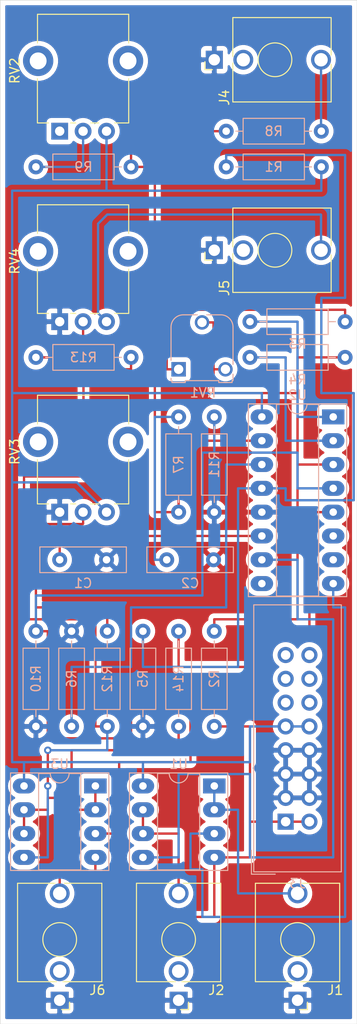
<source format=kicad_pcb>
(kicad_pcb (version 20171130) (host pcbnew "(5.1.2)-2")
  (layers (0 F.Cu signal hide) (31 B.Cu signal hide) (34 B.Paste user) (35 F.Paste user) (36 B.SilkS user) (37 F.SilkS user) (38 B.Mask user) (39 F.Mask user) (44 Edge.Cuts user))
  (net 0 "")
  (net 1 GND)
  (net 2 "Net-(C1-Pad1)")
  (net 3 "Net-(C2-Pad1)")
  (net 4 "Net-(J1-PadT)")
  (net 5 "Net-(J2-PadT)")
  (net 6 "Net-(J3-Pad16)")
  (net 7 "Net-(J3-Pad15)")
  (net 8 "Net-(J3-Pad14)")
  (net 9 "Net-(J3-Pad13)")
  (net 10 "Net-(J3-Pad12)")
  (net 11 "Net-(J3-Pad11)")
  (net 12 +12V)
  (net 13 -12V)
  (net 14 "Net-(J4-PadT)")
  (net 15 "Net-(J5-PadT)")
  (net 16 "Net-(J6-PadT)")
  (net 17 "Net-(R1-Pad1)")
  (net 18 "Net-(R2-Pad1)")
  (net 19 "Net-(R3-Pad2)")
  (net 20 "Net-(R3-Pad1)")
  (net 21 "Net-(R4-Pad1)")
  (net 22 "Net-(R6-Pad2)")
  (net 23 "Net-(R7-Pad1)")
  (net 24 "Net-(R9-Pad1)")
  (net 25 "Net-(R10-Pad1)")
  (net 26 "Net-(R12-Pad2)")
  (net 27 "Net-(R12-Pad1)")
  (net 28 "Net-(R13-Pad2)")
  (net 29 "Net-(R14-Pad2)")
  (net 30 "Net-(R14-Pad1)")
  (net 31 "Net-(RV2-Pad1)")
  (net 32 "Net-(U1-Pad3)")
  (net 33 "Net-(U1-Pad5)")
  (net 34 "Net-(U2-Pad7)")
  (net 35 "Net-(U2-Pad6)")
  (net 36 "Net-(U2-Pad9)")
  (module Package_DIP:DIP-8_W7.62mm_Socket_LongPads (layer B.Cu) (at 48.26 109.22 180)
    (fp_text reference U3 (at 3.81 2.33) (layer B.SilkS) (effects (justify mirror)))
    (fp_text value TL072)
    (pad 8 thru_hole oval (at 7.62 0 180) (size 2.4 1.6) (drill 0.8) (layers *.Cu *.Mask) (net 12 +12V))
    (pad 4 thru_hole oval (at 0 -7.62 180) (size 2.4 1.6) (drill 0.8) (layers *.Cu *.Mask) (net 13 -12V))
    (pad 7 thru_hole oval (at 7.62 -2.54 180) (size 2.4 1.6) (drill 0.8) (layers *.Cu *.Mask) (net 29 "Net-(R14-Pad2)"))
    (pad 3 thru_hole oval (at 0 -5.08 180) (size 2.4 1.6) (drill 0.8) (layers *.Cu *.Mask) (net 25 "Net-(R10-Pad1)"))
    (pad 6 thru_hole oval (at 7.62 -5.08 180) (size 2.4 1.6) (drill 0.8) (layers *.Cu *.Mask) (net 29 "Net-(R14-Pad2)"))
    (pad 2 thru_hole oval (at 0 -2.54 180) (size 2.4 1.6) (drill 0.8) (layers *.Cu *.Mask) (net 16 "Net-(J6-PadT)"))
    (pad 5 thru_hole oval (at 7.62 -7.62 180) (size 2.4 1.6) (drill 0.8) (layers *.Cu *.Mask) (net 27 "Net-(R12-Pad1)"))
    (pad 1 thru_hole rect (at 0 0 180) (size 2.4 1.6) (drill 0.8) (layers *.Cu *.Mask) (net 16 "Net-(J6-PadT)"))
  )
  (module Package_DIP:DIP-8_W7.62mm_Socket_LongPads (layer B.Cu) (at 60.96 109.22 180)
    (fp_text reference U1 (at 3.81 2.33) (layer B.SilkS) (effects (justify mirror)))
    (fp_text value TL072)
    (pad 8 thru_hole oval (at 7.62 0 180) (size 2.4 1.6) (drill 0.8) (layers *.Cu *.Mask) (net 12 +12V))
    (pad 4 thru_hole oval (at 0 -7.62 180) (size 2.4 1.6) (drill 0.8) (layers *.Cu *.Mask) (net 13 -12V))
    (pad 7 thru_hole oval (at 7.62 -2.54 180) (size 2.4 1.6) (drill 0.8) (layers *.Cu *.Mask) (net 5 "Net-(J2-PadT)"))
    (pad 3 thru_hole oval (at 0 -5.08 180) (size 2.4 1.6) (drill 0.8) (layers *.Cu *.Mask) (net 32 "Net-(U1-Pad3)"))
    (pad 6 thru_hole oval (at 7.62 -5.08 180) (size 2.4 1.6) (drill 0.8) (layers *.Cu *.Mask) (net 5 "Net-(J2-PadT)"))
    (pad 2 thru_hole oval (at 0 -2.54 180) (size 2.4 1.6) (drill 0.8) (layers *.Cu *.Mask) (net 4 "Net-(J1-PadT)"))
    (pad 5 thru_hole oval (at 7.62 -7.62 180) (size 2.4 1.6) (drill 0.8) (layers *.Cu *.Mask) (net 33 "Net-(U1-Pad5)"))
    (pad 1 thru_hole rect (at 0 0 180) (size 2.4 1.6) (drill 0.8) (layers *.Cu *.Mask) (net 4 "Net-(J1-PadT)"))
  )
  (module Package_DIP:DIP-16_W7.62mm_Socket_LongPads (layer B.Cu) (at 73.66 69.85 180)
    (fp_text reference U2 (at 3.81 2.33) (layer B.SilkS) (effects (justify mirror)))
    (fp_text value AS3340)
    (pad 16 thru_hole oval (at 7.62 0 180) (size 2.4 1.6) (drill 0.8) (layers *.Cu *.Mask) (net 12 +12V))
    (pad 8 thru_hole oval (at 0 -17.78 180) (size 2.4 1.6) (drill 0.8) (layers *.Cu *.Mask) (net 32 "Net-(U1-Pad3)"))
    (pad 15 thru_hole oval (at 7.62 -2.54 180) (size 2.4 1.6) (drill 0.8) (layers *.Cu *.Mask) (net 23 "Net-(R7-Pad1)"))
    (pad 7 thru_hole oval (at 0 -15.24 180) (size 2.4 1.6) (drill 0.8) (layers *.Cu *.Mask) (net 34 "Net-(U2-Pad7)"))
    (pad 14 thru_hole oval (at 7.62 -5.08 180) (size 2.4 1.6) (drill 0.8) (layers *.Cu *.Mask) (net 22 "Net-(R6-Pad2)"))
    (pad 6 thru_hole oval (at 0 -12.7 180) (size 2.4 1.6) (drill 0.8) (layers *.Cu *.Mask) (net 35 "Net-(U2-Pad6)"))
    (pad 13 thru_hole oval (at 7.62 -7.62 180) (size 2.4 1.6) (drill 0.8) (layers *.Cu *.Mask) (net 17 "Net-(R1-Pad1)"))
    (pad 5 thru_hole oval (at 0 -10.16 180) (size 2.4 1.6) (drill 0.8) (layers *.Cu *.Mask) (net 30 "Net-(R14-Pad1)"))
    (pad 12 thru_hole oval (at 7.62 -10.16 180) (size 2.4 1.6) (drill 0.8) (layers *.Cu *.Mask) (net 1 GND))
    (pad 4 thru_hole oval (at 0 -7.62 180) (size 2.4 1.6) (drill 0.8) (layers *.Cu *.Mask) (net 25 "Net-(R10-Pad1)"))
    (pad 11 thru_hole oval (at 7.62 -12.7 180) (size 2.4 1.6) (drill 0.8) (layers *.Cu *.Mask) (net 2 "Net-(C1-Pad1)"))
    (pad 3 thru_hole oval (at 0 -5.08 180) (size 2.4 1.6) (drill 0.8) (layers *.Cu *.Mask) (net 18 "Net-(R2-Pad1)"))
    (pad 10 thru_hole oval (at 7.62 -15.24 180) (size 2.4 1.6) (drill 0.8) (layers *.Cu *.Mask) (net 33 "Net-(U1-Pad5)"))
    (pad 2 thru_hole oval (at 0 -2.54 180) (size 2.4 1.6) (drill 0.8) (layers *.Cu *.Mask) (net 21 "Net-(R4-Pad1)"))
    (pad 9 thru_hole oval (at 7.62 -17.78 180) (size 2.4 1.6) (drill 0.8) (layers *.Cu *.Mask) (net 36 "Net-(U2-Pad9)"))
    (pad 1 thru_hole rect (at 0 0 180) (size 2.4 1.6) (drill 0.8) (layers *.Cu *.Mask) (net 20 "Net-(R3-Pad1)"))
  )
  (module Potentiometer_THT:Potentiometer_Alpha_RD901F-40-00D_Single_Vertical_CircularHoles (layer F.Cu) (at 44.45 59.69 90)
    (fp_text reference RV4 (at 6.45 -4.8 270) (layer F.SilkS))
    (fp_text value "100k Lin")
    (pad "" thru_hole circle (at 7.5 -2.3 180) (size 3.24 3.24) (drill 1.8) (layers *.Cu *.Mask))
    (pad "" thru_hole circle (at 7.5 7.3 180) (size 3.24 3.24) (drill 1.8) (layers *.Cu *.Mask))
    (pad 3 thru_hole circle (at 0 5 180) (size 1.8 1.8) (drill 1) (layers *.Cu *.Mask) (net 15 "Net-(J5-PadT)"))
    (pad 2 thru_hole circle (at 0 2.5 180) (size 1.8 1.8) (drill 1) (layers *.Cu *.Mask) (net 28 "Net-(R13-Pad2)"))
    (pad 1 thru_hole rect (at 0 0 180) (size 1.8 1.8) (drill 1) (layers *.Cu *.Mask) (net 1 GND))
  )
  (module Potentiometer_THT:Potentiometer_Alpha_RD901F-40-00D_Single_Vertical_CircularHoles (layer F.Cu) (at 44.45 80.01 90)
    (fp_text reference RV3 (at 6.45 -4.8 270) (layer F.SilkS))
    (fp_text value "100k Lin")
    (pad "" thru_hole circle (at 7.5 -2.3 180) (size 3.24 3.24) (drill 1.8) (layers *.Cu *.Mask))
    (pad "" thru_hole circle (at 7.5 7.3 180) (size 3.24 3.24) (drill 1.8) (layers *.Cu *.Mask))
    (pad 3 thru_hole circle (at 0 5 180) (size 1.8 1.8) (drill 1) (layers *.Cu *.Mask) (net 12 +12V))
    (pad 2 thru_hole circle (at 0 2.5 180) (size 1.8 1.8) (drill 1) (layers *.Cu *.Mask) (net 26 "Net-(R12-Pad2)"))
    (pad 1 thru_hole rect (at 0 0 180) (size 1.8 1.8) (drill 1) (layers *.Cu *.Mask) (net 1 GND))
  )
  (module Potentiometer_THT:Potentiometer_Alpha_RD901F-40-00D_Single_Vertical_CircularHoles (layer F.Cu) (at 44.45 39.37 90)
    (fp_text reference RV2 (at 6.45 -4.8 270) (layer F.SilkS))
    (fp_text value "100k Lin")
    (pad "" thru_hole circle (at 7.5 -2.3 180) (size 3.24 3.24) (drill 1.8) (layers *.Cu *.Mask))
    (pad "" thru_hole circle (at 7.5 7.3 180) (size 3.24 3.24) (drill 1.8) (layers *.Cu *.Mask))
    (pad 3 thru_hole circle (at 0 5 180) (size 1.8 1.8) (drill 1) (layers *.Cu *.Mask) (net 12 +12V))
    (pad 2 thru_hole circle (at 0 2.5 180) (size 1.8 1.8) (drill 1) (layers *.Cu *.Mask) (net 24 "Net-(R9-Pad1)"))
    (pad 1 thru_hole rect (at 0 0 180) (size 1.8 1.8) (drill 1) (layers *.Cu *.Mask) (net 31 "Net-(RV2-Pad1)"))
  )
  (module Potentiometer_THT:Potentiometer_Runtron_RM-065_Vertical (layer B.Cu) (at 57.15 64.77)
    (fp_text reference RV1 (at 2.6 2.5) (layer B.SilkS) (effects (justify mirror)))
    (fp_text value 10k)
    (pad 2 thru_hole circle (at 2.5 -5) (size 1.55 1.55) (drill 1) (layers *.Cu *.Mask) (net 18 "Net-(R2-Pad1)"))
    (pad 1 thru_hole rect (at 0 0) (size 1.55 1.55) (drill 1) (layers *.Cu *.Mask) (net 19 "Net-(R3-Pad2)"))
    (pad 3 thru_hole circle (at 5 0) (size 1.55 1.55) (drill 1) (layers *.Cu *.Mask) (net 18 "Net-(R2-Pad1)"))
  )
  (module Resistor_THT:R_Axial_DIN0207_L6.3mm_D2.5mm_P10.16mm_Horizontal (layer B.Cu) (at 57.15 92.71 270)
    (fp_text reference R14 (at 5.08 0 270) (layer B.SilkS) (effects (justify mirror)))
    (fp_text value 470k)
    (pad 2 thru_hole oval (at 10.16 0 270) (size 1.6 1.6) (drill 0.8) (layers *.Cu *.Mask) (net 29 "Net-(R14-Pad2)"))
    (pad 1 thru_hole circle (at 0 0 270) (size 1.6 1.6) (drill 0.8) (layers *.Cu *.Mask) (net 30 "Net-(R14-Pad1)"))
  )
  (module Resistor_THT:R_Axial_DIN0207_L6.3mm_D2.5mm_P10.16mm_Horizontal (layer B.Cu) (at 52.07 63.5 180)
    (fp_text reference R13 (at 5.08 0) (layer B.SilkS) (effects (justify mirror)))
    (fp_text value 100k)
    (pad 2 thru_hole oval (at 10.16 0 180) (size 1.6 1.6) (drill 0.8) (layers *.Cu *.Mask) (net 28 "Net-(R13-Pad2)"))
    (pad 1 thru_hole circle (at 0 0 180) (size 1.6 1.6) (drill 0.8) (layers *.Cu *.Mask) (net 27 "Net-(R12-Pad1)"))
  )
  (module Resistor_THT:R_Axial_DIN0207_L6.3mm_D2.5mm_P10.16mm_Horizontal (layer B.Cu) (at 49.53 102.87 90)
    (fp_text reference R12 (at 5.08 0 270) (layer B.SilkS) (effects (justify mirror)))
    (fp_text value 100k)
    (pad 2 thru_hole oval (at 10.16 0 90) (size 1.6 1.6) (drill 0.8) (layers *.Cu *.Mask) (net 26 "Net-(R12-Pad2)"))
    (pad 1 thru_hole circle (at 0 0 90) (size 1.6 1.6) (drill 0.8) (layers *.Cu *.Mask) (net 27 "Net-(R12-Pad1)"))
  )
  (module Resistor_THT:R_Axial_DIN0207_L6.3mm_D2.5mm_P10.16mm_Horizontal (layer B.Cu) (at 60.96 69.85 270)
    (fp_text reference R11 (at 5.08 0 270) (layer B.SilkS) (effects (justify mirror)))
    (fp_text value 10k)
    (pad 2 thru_hole oval (at 10.16 0 270) (size 1.6 1.6) (drill 0.8) (layers *.Cu *.Mask) (net 1 GND))
    (pad 1 thru_hole circle (at 0 0 270) (size 1.6 1.6) (drill 0.8) (layers *.Cu *.Mask) (net 25 "Net-(R10-Pad1)"))
  )
  (module Resistor_THT:R_Axial_DIN0207_L6.3mm_D2.5mm_P10.16mm_Horizontal (layer B.Cu) (at 41.91 92.71 270)
    (fp_text reference R10 (at 5.08 0 270) (layer B.SilkS) (effects (justify mirror)))
    (fp_text value 10k)
    (pad 2 thru_hole oval (at 10.16 0 270) (size 1.6 1.6) (drill 0.8) (layers *.Cu *.Mask) (net 1 GND))
    (pad 1 thru_hole circle (at 0 0 270) (size 1.6 1.6) (drill 0.8) (layers *.Cu *.Mask) (net 25 "Net-(R10-Pad1)"))
  )
  (module Resistor_THT:R_Axial_DIN0207_L6.3mm_D2.5mm_P10.16mm_Horizontal (layer B.Cu) (at 41.91 43.18)
    (fp_text reference R9 (at 5.08 0) (layer B.SilkS) (effects (justify mirror)))
    (fp_text value 100k)
    (pad 2 thru_hole oval (at 10.16 0) (size 1.6 1.6) (drill 0.8) (layers *.Cu *.Mask) (net 23 "Net-(R7-Pad1)"))
    (pad 1 thru_hole circle (at 0 0) (size 1.6 1.6) (drill 0.8) (layers *.Cu *.Mask) (net 24 "Net-(R9-Pad1)"))
  )
  (module Resistor_THT:R_Axial_DIN0207_L6.3mm_D2.5mm_P10.16mm_Horizontal (layer B.Cu) (at 72.39 39.37 180)
    (fp_text reference R8 (at 5.08 0) (layer B.SilkS) (effects (justify mirror)))
    (fp_text value 100k)
    (pad 2 thru_hole oval (at 10.16 0 180) (size 1.6 1.6) (drill 0.8) (layers *.Cu *.Mask) (net 23 "Net-(R7-Pad1)"))
    (pad 1 thru_hole circle (at 0 0 180) (size 1.6 1.6) (drill 0.8) (layers *.Cu *.Mask) (net 14 "Net-(J4-PadT)"))
  )
  (module Resistor_THT:R_Axial_DIN0207_L6.3mm_D2.5mm_P10.16mm_Horizontal (layer B.Cu) (at 57.15 80.01 90)
    (fp_text reference R7 (at 5.08 0 -90) (layer B.SilkS) (effects (justify mirror)))
    (fp_text value 470)
    (pad 2 thru_hole oval (at 10.16 0 90) (size 1.6 1.6) (drill 0.8) (layers *.Cu *.Mask) (net 3 "Net-(C2-Pad1)"))
    (pad 1 thru_hole circle (at 0 0 90) (size 1.6 1.6) (drill 0.8) (layers *.Cu *.Mask) (net 23 "Net-(R7-Pad1)"))
  )
  (module Resistor_THT:R_Axial_DIN0207_L6.3mm_D2.5mm_P10.16mm_Horizontal (layer B.Cu) (at 45.72 92.71 270)
    (fp_text reference R6 (at 5.08 0 270) (layer B.SilkS) (effects (justify mirror)))
    (fp_text value 1k8)
    (pad 2 thru_hole oval (at 10.16 0 270) (size 1.6 1.6) (drill 0.8) (layers *.Cu *.Mask) (net 22 "Net-(R6-Pad2)"))
    (pad 1 thru_hole circle (at 0 0 270) (size 1.6 1.6) (drill 0.8) (layers *.Cu *.Mask) (net 1 GND))
  )
  (module Resistor_THT:R_Axial_DIN0207_L6.3mm_D2.5mm_P10.16mm_Horizontal (layer B.Cu) (at 53.34 92.71 270)
    (fp_text reference R5 (at 5.08 0 270) (layer B.SilkS) (effects (justify mirror)))
    (fp_text value 470)
    (pad 2 thru_hole oval (at 10.16 0 270) (size 1.6 1.6) (drill 0.8) (layers *.Cu *.Mask) (net 1 GND))
    (pad 1 thru_hole circle (at 0 0 270) (size 1.6 1.6) (drill 0.8) (layers *.Cu *.Mask) (net 17 "Net-(R1-Pad1)"))
  )
  (module Resistor_THT:R_Axial_DIN0207_L6.3mm_D2.5mm_P10.16mm_Horizontal (layer B.Cu) (at 64.77 63.5)
    (fp_text reference R4 (at 5.08 2.37) (layer B.SilkS) (effects (justify mirror)))
    (fp_text value 5k6)
    (pad 2 thru_hole oval (at 10.16 0) (size 1.6 1.6) (drill 0.8) (layers *.Cu *.Mask) (net 18 "Net-(R2-Pad1)"))
    (pad 1 thru_hole circle (at 0 0) (size 1.6 1.6) (drill 0.8) (layers *.Cu *.Mask) (net 21 "Net-(R4-Pad1)"))
  )
  (module Resistor_THT:R_Axial_DIN0207_L6.3mm_D2.5mm_P10.16mm_Horizontal (layer B.Cu) (at 64.77 59.69)
    (fp_text reference R3 (at 5.08 2.37) (layer B.SilkS) (effects (justify mirror)))
    (fp_text value 24k)
    (pad 2 thru_hole oval (at 10.16 0) (size 1.6 1.6) (drill 0.8) (layers *.Cu *.Mask) (net 19 "Net-(R3-Pad2)"))
    (pad 1 thru_hole circle (at 0 0) (size 1.6 1.6) (drill 0.8) (layers *.Cu *.Mask) (net 20 "Net-(R3-Pad1)"))
  )
  (module Resistor_THT:R_Axial_DIN0207_L6.3mm_D2.5mm_P10.16mm_Horizontal (layer B.Cu) (at 60.96 92.71 270)
    (fp_text reference R2 (at 5.08 0 270) (layer B.SilkS) (effects (justify mirror)))
    (fp_text value 620)
    (pad 2 thru_hole oval (at 10.16 0 270) (size 1.6 1.6) (drill 0.8) (layers *.Cu *.Mask) (net 13 -12V))
    (pad 1 thru_hole circle (at 0 0 270) (size 1.6 1.6) (drill 0.8) (layers *.Cu *.Mask) (net 18 "Net-(R2-Pad1)"))
  )
  (module Resistor_THT:R_Axial_DIN0207_L6.3mm_D2.5mm_P10.16mm_Horizontal (layer B.Cu) (at 62.23 43.18)
    (fp_text reference R1 (at 5.08 0) (layer B.SilkS) (effects (justify mirror)))
    (fp_text value 1m5)
    (pad 2 thru_hole oval (at 10.16 0) (size 1.6 1.6) (drill 0.8) (layers *.Cu *.Mask) (net 12 +12V))
    (pad 1 thru_hole circle (at 0 0) (size 1.6 1.6) (drill 0.8) (layers *.Cu *.Mask) (net 17 "Net-(R1-Pad1)"))
  )
  (module Connector_Audio:Jack_3.5mm_QingPu_WQP-PJ398SM_Vertical_CircularHoles (layer F.Cu) (at 44.45 132.08 180)
    (fp_text reference J6 (at -4.03 1.08 180) (layer F.SilkS))
    (fp_text value Square)
    (pad T thru_hole circle (at 0 11.4) (size 2.13 2.13) (drill 1.43) (layers *.Cu *.Mask) (net 16 "Net-(J6-PadT)"))
    (pad S thru_hole rect (at 0 0) (size 1.93 1.83) (drill 1.22) (layers *.Cu *.Mask) (net 1 GND))
    (pad TN thru_hole circle (at 0 3.1) (size 2.13 2.13) (drill 1.42) (layers *.Cu *.Mask))
  )
  (module Connector_Audio:Jack_3.5mm_QingPu_WQP-PJ398SM_Vertical_CircularHoles (layer F.Cu) (at 60.96 52.07 90)
    (fp_text reference J5 (at -4.03 1.08 270) (layer F.SilkS))
    (fp_text value "PWM CV")
    (pad T thru_hole circle (at 0 11.4 270) (size 2.13 2.13) (drill 1.43) (layers *.Cu *.Mask) (net 15 "Net-(J5-PadT)"))
    (pad S thru_hole rect (at 0 0 270) (size 1.93 1.83) (drill 1.22) (layers *.Cu *.Mask) (net 1 GND))
    (pad TN thru_hole circle (at 0 3.1 270) (size 2.13 2.13) (drill 1.42) (layers *.Cu *.Mask))
  )
  (module Connector_Audio:Jack_3.5mm_QingPu_WQP-PJ398SM_Vertical_CircularHoles (layer F.Cu) (at 60.96 31.75 90)
    (fp_text reference J4 (at -4.03 1.08 270) (layer F.SilkS))
    (fp_text value "Freq CV")
    (pad T thru_hole circle (at 0 11.4 270) (size 2.13 2.13) (drill 1.43) (layers *.Cu *.Mask) (net 14 "Net-(J4-PadT)"))
    (pad S thru_hole rect (at 0 0 270) (size 1.93 1.83) (drill 1.22) (layers *.Cu *.Mask) (net 1 GND))
    (pad TN thru_hole circle (at 0 3.1 270) (size 2.13 2.13) (drill 1.42) (layers *.Cu *.Mask))
  )
  (module Connector_IDC:IDC-Header_2x08_P2.54mm_Vertical (layer B.Cu) (at 68.58 113.03)
    (fp_text reference J3 (at 1.27 6.604) (layer B.SilkS) (effects (justify mirror)))
    (fp_text value Conn_02x08_Odd_Even)
    (pad 16 thru_hole oval (at 2.54 -17.78) (size 1.7272 1.7272) (drill 1.016) (layers *.Cu *.Mask) (net 6 "Net-(J3-Pad16)"))
    (pad 15 thru_hole oval (at 0 -17.78) (size 1.7272 1.7272) (drill 1.016) (layers *.Cu *.Mask) (net 7 "Net-(J3-Pad15)"))
    (pad 14 thru_hole oval (at 2.54 -15.24) (size 1.7272 1.7272) (drill 1.016) (layers *.Cu *.Mask) (net 8 "Net-(J3-Pad14)"))
    (pad 13 thru_hole oval (at 0 -15.24) (size 1.7272 1.7272) (drill 1.016) (layers *.Cu *.Mask) (net 9 "Net-(J3-Pad13)"))
    (pad 12 thru_hole oval (at 2.54 -12.7) (size 1.7272 1.7272) (drill 1.016) (layers *.Cu *.Mask) (net 10 "Net-(J3-Pad12)"))
    (pad 11 thru_hole oval (at 0 -12.7) (size 1.7272 1.7272) (drill 1.016) (layers *.Cu *.Mask) (net 11 "Net-(J3-Pad11)"))
    (pad 10 thru_hole oval (at 2.54 -10.16) (size 1.7272 1.7272) (drill 1.016) (layers *.Cu *.Mask) (net 12 +12V))
    (pad 9 thru_hole oval (at 0 -10.16) (size 1.7272 1.7272) (drill 1.016) (layers *.Cu *.Mask) (net 12 +12V))
    (pad 8 thru_hole oval (at 2.54 -7.62) (size 1.7272 1.7272) (drill 1.016) (layers *.Cu *.Mask) (net 1 GND))
    (pad 7 thru_hole oval (at 0 -7.62) (size 1.7272 1.7272) (drill 1.016) (layers *.Cu *.Mask) (net 1 GND))
    (pad 6 thru_hole oval (at 2.54 -5.08) (size 1.7272 1.7272) (drill 1.016) (layers *.Cu *.Mask) (net 1 GND))
    (pad 5 thru_hole oval (at 0 -5.08) (size 1.7272 1.7272) (drill 1.016) (layers *.Cu *.Mask) (net 1 GND))
    (pad 4 thru_hole oval (at 2.54 -2.54) (size 1.7272 1.7272) (drill 1.016) (layers *.Cu *.Mask) (net 1 GND))
    (pad 3 thru_hole oval (at 0 -2.54) (size 1.7272 1.7272) (drill 1.016) (layers *.Cu *.Mask) (net 1 GND))
    (pad 2 thru_hole oval (at 2.54 0) (size 1.7272 1.7272) (drill 1.016) (layers *.Cu *.Mask) (net 13 -12V))
    (pad 1 thru_hole rect (at 0 0) (size 1.7272 1.7272) (drill 1.016) (layers *.Cu *.Mask) (net 13 -12V))
  )
  (module Connector_Audio:Jack_3.5mm_QingPu_WQP-PJ398SM_Vertical_CircularHoles (layer F.Cu) (at 57.15 132.08 180)
    (fp_text reference J2 (at -4.03 1.08 180) (layer F.SilkS))
    (fp_text value Triangle)
    (pad T thru_hole circle (at 0 11.4) (size 2.13 2.13) (drill 1.43) (layers *.Cu *.Mask) (net 5 "Net-(J2-PadT)"))
    (pad S thru_hole rect (at 0 0) (size 1.93 1.83) (drill 1.22) (layers *.Cu *.Mask) (net 1 GND))
    (pad TN thru_hole circle (at 0 3.1) (size 2.13 2.13) (drill 1.42) (layers *.Cu *.Mask))
  )
  (module Connector_Audio:Jack_3.5mm_QingPu_WQP-PJ398SM_Vertical_CircularHoles (layer F.Cu) (at 69.85 132.08 180)
    (fp_text reference J1 (at -4.03 1.08 180) (layer F.SilkS))
    (fp_text value Saw)
    (pad T thru_hole circle (at 0 11.4) (size 2.13 2.13) (drill 1.43) (layers *.Cu *.Mask) (net 4 "Net-(J1-PadT)"))
    (pad S thru_hole rect (at 0 0) (size 1.93 1.83) (drill 1.22) (layers *.Cu *.Mask) (net 1 GND))
    (pad TN thru_hole circle (at 0 3.1) (size 2.13 2.13) (drill 1.42) (layers *.Cu *.Mask))
  )
  (module Capacitor_THT:C_Disc_D9.0mm_W2.5mm_P5.00mm (layer B.Cu) (at 55.88 85.09)
    (fp_text reference C2 (at 2.5 2.5) (layer B.SilkS) (effects (justify mirror)))
    (fp_text value 10nf)
    (pad 2 thru_hole circle (at 5 0) (size 1.6 1.6) (drill 0.8) (layers *.Cu *.Mask) (net 1 GND))
    (pad 1 thru_hole circle (at 0 0) (size 1.6 1.6) (drill 0.8) (layers *.Cu *.Mask) (net 3 "Net-(C2-Pad1)"))
  )
  (module Capacitor_THT:C_Disc_D9.0mm_W2.5mm_P5.00mm (layer B.Cu) (at 44.45 85.09)
    (fp_text reference C1 (at 2.5 2.5) (layer B.SilkS) (effects (justify mirror)))
    (fp_text value 1nf)
    (pad 2 thru_hole circle (at 5 0) (size 1.6 1.6) (drill 0.8) (layers *.Cu *.Mask) (net 1 GND))
    (pad 1 thru_hole circle (at 0 0) (size 1.6 1.6) (drill 0.8) (layers *.Cu *.Mask) (net 2 "Net-(C1-Pad1)"))
  )
  (gr_line (start 76.2 134.62) (end 38.1 134.62) (layer Edge.Cuts) (width 0.05))
  (gr_line (start 76.2 25.4) (end 76.2 134.62) (layer Edge.Cuts) (width 0.05))
  (gr_line (start 38.1 25.4) (end 38.1 134.62) (layer Edge.Cuts) (width 0.05))
  (gr_line (start 76.2 25.4) (end 38.1 25.4) (layer Edge.Cuts) (width 0.05))
  (segment (start 60.96 85.01) (end 60.88 85.09) (width 0.25) (layer B.Cu) (net 1))
  (segment (start 66.04 82.55) (end 44.45 82.55) (width 0.25) (layer F.Cu) (net 2))
  (segment (start 44.45 82.55) (end 44.45 85.09) (width 0.25) (layer F.Cu) (net 2))
  (segment (start 57.15 69.85) (end 54.61 69.85) (width 0.25) (layer B.Cu) (net 3))
  (segment (start 54.61 69.85) (end 54.61 85.09) (width 0.25) (layer B.Cu) (net 3))
  (segment (start 54.61 85.09) (end 55.88 85.09) (width 0.25) (layer B.Cu) (net 3))
  (segment (start 60.96 109.22) (end 60.96 111.76) (width 0.25) (layer B.Cu) (net 4))
  (segment (start 63.53 120.68) (end 69.85 120.68) (width 0.25) (layer B.Cu) (net 4))
  (segment (start 63.5 120.65) (end 63.53 120.68) (width 0.25) (layer B.Cu) (net 4))
  (segment (start 60.96 111.76) (end 63.5 111.76) (width 0.25) (layer B.Cu) (net 4))
  (segment (start 63.5 111.76) (end 63.5 120.65) (width 0.25) (layer B.Cu) (net 4))
  (segment (start 53.34 111.76) (end 53.34 114.3) (width 0.25) (layer F.Cu) (net 5))
  (segment (start 53.34 114.3) (end 57.15 114.3) (width 0.25) (layer F.Cu) (net 5))
  (segment (start 57.15 114.3) (end 57.15 120.68) (width 0.25) (layer F.Cu) (net 5))
  (segment (start 66.04 69.85) (end 66.04 67.31) (width 0.25) (layer B.Cu) (net 12))
  (segment (start 66.04 67.31) (end 39.37 67.31) (width 0.25) (layer B.Cu) (net 12))
  (segment (start 39.37 67.31) (end 39.37 68.58) (width 0.25) (layer B.Cu) (net 12))
  (segment (start 39.37 48.26) (end 39.37 67.31) (width 0.25) (layer B.Cu) (net 12))
  (segment (start 39.37 45.72) (end 39.37 48.26) (width 0.25) (layer B.Cu) (net 12))
  (segment (start 72.39 43.18) (end 72.39 45.72) (width 0.25) (layer B.Cu) (net 12))
  (segment (start 49.45 45.64) (end 49.53 45.72) (width 0.25) (layer B.Cu) (net 12))
  (segment (start 49.45 39.37) (end 49.45 45.64) (width 0.25) (layer B.Cu) (net 12))
  (segment (start 72.39 45.72) (end 49.53 45.72) (width 0.25) (layer B.Cu) (net 12))
  (segment (start 49.53 45.72) (end 39.37 45.72) (width 0.25) (layer B.Cu) (net 12))
  (segment (start 39.37 80.01) (end 39.37 106.68) (width 0.25) (layer B.Cu) (net 12))
  (segment (start 39.37 106.68) (end 40.64 106.68) (width 0.25) (layer B.Cu) (net 12))
  (segment (start 40.64 106.68) (end 40.64 106.68) (width 0.25) (layer B.Cu) (net 12))
  (segment (start 40.64 106.68) (end 40.64 109.22) (width 0.25) (layer B.Cu) (net 12))
  (segment (start 40.64 106.68) (end 53.34 106.68) (width 0.25) (layer B.Cu) (net 12))
  (segment (start 53.34 106.68) (end 53.34 109.22) (width 0.25) (layer B.Cu) (net 12))
  (segment (start 53.34 106.68) (end 64.77 106.68) (width 0.25) (layer B.Cu) (net 12))
  (segment (start 64.77 106.68) (end 64.77 102.87) (width 0.25) (layer B.Cu) (net 12))
  (segment (start 64.77 102.87) (end 68.58 102.87) (width 0.25) (layer B.Cu) (net 12))
  (segment (start 68.58 102.87) (end 71.12 102.87) (width 0.25) (layer B.Cu) (net 12))
  (segment (start 46.275 76.835) (end 39.37 76.835) (width 0.25) (layer B.Cu) (net 12))
  (segment (start 49.45 80.01) (end 46.275 76.835) (width 0.25) (layer B.Cu) (net 12))
  (segment (start 39.37 68.58) (end 39.37 76.835) (width 0.25) (layer B.Cu) (net 12))
  (segment (start 39.37 76.835) (end 39.37 80.01) (width 0.25) (layer B.Cu) (net 12))
  (segment (start 71.12 113.03) (end 68.58 113.03) (width 0.25) (layer F.Cu) (net 13))
  (segment (start 68.58 113.03) (end 64.77 113.03) (width 0.25) (layer F.Cu) (net 13))
  (segment (start 64.77 113.03) (end 64.77 102.87) (width 0.25) (layer F.Cu) (net 13))
  (segment (start 64.77 102.87) (end 60.96 102.87) (width 0.25) (layer F.Cu) (net 13))
  (segment (start 64.77 113.03) (end 64.77 116.84) (width 0.25) (layer F.Cu) (net 13))
  (segment (start 64.77 116.84) (end 60.96 116.84) (width 0.25) (layer F.Cu) (net 13))
  (segment (start 60.96 116.84) (end 60.96 123.19) (width 0.25) (layer F.Cu) (net 13))
  (segment (start 60.96 123.19) (end 48.26 123.19) (width 0.25) (layer F.Cu) (net 13))
  (segment (start 48.26 123.19) (end 48.26 116.84) (width 0.25) (layer F.Cu) (net 13))
  (segment (start 72.36 39.34) (end 72.39 39.37) (width 0.25) (layer B.Cu) (net 14))
  (segment (start 72.36 31.75) (end 72.36 39.34) (width 0.25) (layer B.Cu) (net 14))
  (segment (start 72.36 52.07) (end 72.36 48.29) (width 0.25) (layer B.Cu) (net 15))
  (segment (start 72.36 48.29) (end 72.33 48.26) (width 0.25) (layer B.Cu) (net 15))
  (segment (start 48.550001 58.790001) (end 48.550001 49.239999) (width 0.25) (layer B.Cu) (net 15))
  (segment (start 49.45 59.69) (end 48.550001 58.790001) (width 0.25) (layer B.Cu) (net 15))
  (segment (start 48.550001 49.239999) (end 49.53 48.26) (width 0.25) (layer B.Cu) (net 15))
  (segment (start 72.33 48.26) (end 49.53 48.26) (width 0.25) (layer B.Cu) (net 15))
  (segment (start 44.45 120.68) (end 44.45 111.76) (width 0.25) (layer F.Cu) (net 16))
  (segment (start 44.45 111.76) (end 48.26 111.76) (width 0.25) (layer F.Cu) (net 16))
  (segment (start 48.26 111.76) (end 48.26 109.22) (width 0.25) (layer F.Cu) (net 16))
  (segment (start 66.04 77.47) (end 63.5 77.47) (width 0.25) (layer B.Cu) (net 17))
  (segment (start 62.23 41.91) (end 62.23 43.18) (width 0.25) (layer B.Cu) (net 17))
  (segment (start 74.93 57.15) (end 74.93 41.91) (width 0.25) (layer B.Cu) (net 17))
  (segment (start 74.93 41.91) (end 62.23 41.91) (width 0.25) (layer B.Cu) (net 17))
  (segment (start 72.39 57.15) (end 74.93 57.15) (width 0.25) (layer B.Cu) (net 17))
  (segment (start 68.58 77.47) (end 68.58 78.74) (width 0.25) (layer B.Cu) (net 17))
  (segment (start 66.04 77.47) (end 68.58 77.47) (width 0.25) (layer B.Cu) (net 17))
  (segment (start 68.58 78.74) (end 75.84999 78.74) (width 0.25) (layer B.Cu) (net 17))
  (segment (start 75.84999 78.74) (end 75.84999 67.31) (width 0.25) (layer B.Cu) (net 17))
  (segment (start 75.84999 67.31) (end 72.39 67.31) (width 0.25) (layer B.Cu) (net 17))
  (segment (start 72.39 67.31) (end 72.39 57.15) (width 0.25) (layer B.Cu) (net 17))
  (segment (start 63.5 77.47) (end 63.5 96.52) (width 0.25) (layer B.Cu) (net 17))
  (segment (start 63.5 96.52) (end 53.34 96.52) (width 0.25) (layer B.Cu) (net 17))
  (segment (start 53.34 96.52) (end 53.34 92.71) (width 0.25) (layer B.Cu) (net 17))
  (segment (start 69.85 91.44) (end 69.85 74.93) (width 0.25) (layer F.Cu) (net 18))
  (segment (start 69.85 74.93) (end 73.66 74.93) (width 0.25) (layer F.Cu) (net 18))
  (segment (start 74.93 63.5) (end 69.85 63.5) (width 0.25) (layer F.Cu) (net 18))
  (segment (start 69.85 63.5) (end 69.85 74.93) (width 0.25) (layer F.Cu) (net 18))
  (segment (start 60.88 59.77) (end 59.65 59.77) (width 0.25) (layer F.Cu) (net 18))
  (segment (start 60.96 67.31) (end 60.88 67.23) (width 0.25) (layer F.Cu) (net 18))
  (segment (start 69.85 74.93) (end 69.85 67.31) (width 0.25) (layer F.Cu) (net 18))
  (segment (start 69.85 67.31) (end 60.96 67.31) (width 0.25) (layer F.Cu) (net 18))
  (segment (start 60.96 64.77) (end 62.15 64.77) (width 0.25) (layer F.Cu) (net 18))
  (segment (start 60.88 64.85) (end 60.96 64.77) (width 0.25) (layer F.Cu) (net 18))
  (segment (start 60.88 64.85) (end 60.88 59.77) (width 0.25) (layer F.Cu) (net 18))
  (segment (start 60.88 67.23) (end 60.88 64.85) (width 0.25) (layer F.Cu) (net 18))
  (segment (start 69.85 91.44) (end 60.96 91.44) (width 0.25) (layer F.Cu) (net 18))
  (segment (start 60.96 91.44) (end 60.96 92.71) (width 0.25) (layer F.Cu) (net 18))
  (segment (start 74.93 59.69) (end 74.93 58.42) (width 0.25) (layer F.Cu) (net 19))
  (segment (start 74.93 58.42) (end 55.88 58.42) (width 0.25) (layer F.Cu) (net 19))
  (segment (start 55.88 58.42) (end 55.88 64.77) (width 0.25) (layer F.Cu) (net 19))
  (segment (start 55.88 64.77) (end 57.15 64.77) (width 0.25) (layer F.Cu) (net 19))
  (segment (start 64.77 59.69) (end 69.85 59.69) (width 0.25) (layer B.Cu) (net 20))
  (segment (start 69.85 59.69) (end 69.85 69.85) (width 0.25) (layer B.Cu) (net 20))
  (segment (start 69.85 69.85) (end 73.66 69.85) (width 0.25) (layer B.Cu) (net 20))
  (segment (start 68.58 72.39) (end 73.66 72.39) (width 0.25) (layer B.Cu) (net 21))
  (segment (start 64.77 63.5) (end 68.58 63.5) (width 0.25) (layer B.Cu) (net 21))
  (segment (start 68.58 63.5) (end 68.58 72.39) (width 0.25) (layer B.Cu) (net 21))
  (segment (start 62.23 74.93) (end 66.04 74.93) (width 0.25) (layer B.Cu) (net 22))
  (segment (start 62.23 74.93) (end 62.23 90.17) (width 0.25) (layer B.Cu) (net 22))
  (segment (start 62.23 90.17) (end 52.07 90.17) (width 0.25) (layer B.Cu) (net 22))
  (segment (start 52.07 90.17) (end 52.07 96.52) (width 0.25) (layer B.Cu) (net 22))
  (segment (start 52.07 96.52) (end 45.72 96.52) (width 0.25) (layer B.Cu) (net 22))
  (segment (start 45.72 96.52) (end 45.72 102.87) (width 0.25) (layer B.Cu) (net 22))
  (segment (start 66.04 72.39) (end 66.44 72.39) (width 0.25) (layer B.Cu) (net 23))
  (segment (start 62.23 39.37) (end 52.07 39.37) (width 0.25) (layer F.Cu) (net 23))
  (segment (start 52.07 39.37) (end 52.07 43.18) (width 0.25) (layer F.Cu) (net 23))
  (segment (start 52.07 43.18) (end 54.61 43.18) (width 0.25) (layer F.Cu) (net 23))
  (segment (start 54.61 43.18) (end 54.61 80.01) (width 0.25) (layer F.Cu) (net 23))
  (segment (start 54.61 80.01) (end 57.15 80.01) (width 0.25) (layer F.Cu) (net 23))
  (segment (start 57.15 80.01) (end 57.15 72.39) (width 0.25) (layer F.Cu) (net 23))
  (segment (start 57.15 72.39) (end 66.04 72.39) (width 0.25) (layer F.Cu) (net 23))
  (segment (start 46.95 39.37) (end 46.95 43.14) (width 0.25) (layer B.Cu) (net 24))
  (segment (start 46.91 43.18) (end 41.91 43.18) (width 0.25) (layer B.Cu) (net 24))
  (segment (start 46.95 43.14) (end 46.91 43.18) (width 0.25) (layer B.Cu) (net 24))
  (segment (start 73.66 77.47) (end 69.85 77.47) (width 0.25) (layer B.Cu) (net 25))
  (segment (start 69.85 77.47) (end 69.85 73.66) (width 0.25) (layer B.Cu) (net 25))
  (segment (start 69.85 73.66) (end 60.96 73.66) (width 0.25) (layer B.Cu) (net 25))
  (segment (start 60.96 73.66) (end 60.96 69.85) (width 0.25) (layer B.Cu) (net 25))
  (segment (start 60.96 73.66) (end 59.69 73.66) (width 0.25) (layer B.Cu) (net 25))
  (segment (start 43.18 92.71) (end 41.91 92.71) (width 0.25) (layer F.Cu) (net 25))
  (segment (start 43.18 104.14) (end 43.18 92.71) (width 0.25) (layer F.Cu) (net 25))
  (segment (start 52.07 104.14) (end 43.18 104.14) (width 0.25) (layer F.Cu) (net 25))
  (segment (start 48.26 114.3) (end 50.8 114.3) (width 0.25) (layer F.Cu) (net 25))
  (segment (start 50.8 114.3) (end 50.8 106.68) (width 0.25) (layer F.Cu) (net 25))
  (segment (start 50.8 106.68) (end 58.42 106.68) (width 0.25) (layer F.Cu) (net 25))
  (segment (start 58.42 106.68) (end 58.42 100.33) (width 0.25) (layer F.Cu) (net 25))
  (segment (start 58.42 100.33) (end 52.07 100.33) (width 0.25) (layer F.Cu) (net 25))
  (segment (start 52.07 100.33) (end 52.07 104.14) (width 0.25) (layer F.Cu) (net 25))
  (segment (start 59.69 73.66) (end 59.69 88.9) (width 0.25) (layer B.Cu) (net 25))
  (segment (start 59.69 88.9) (end 41.91 88.9) (width 0.25) (layer B.Cu) (net 25))
  (segment (start 41.91 88.9) (end 41.91 92.71) (width 0.25) (layer B.Cu) (net 25))
  (segment (start 46.91 81.28) (end 41.91 81.28) (width 0.25) (layer F.Cu) (net 26))
  (segment (start 46.95 80.01) (end 46.95 81.24) (width 0.25) (layer F.Cu) (net 26))
  (segment (start 46.95 81.24) (end 46.91 81.28) (width 0.25) (layer F.Cu) (net 26))
  (segment (start 41.91 81.28) (end 41.91 90.17) (width 0.25) (layer F.Cu) (net 26))
  (segment (start 41.91 90.17) (end 49.53 90.17) (width 0.25) (layer F.Cu) (net 26))
  (segment (start 49.53 90.17) (end 49.53 92.71) (width 0.25) (layer F.Cu) (net 26))
  (segment (start 46.99 64.77) (end 52.07 64.77) (width 0.25) (layer F.Cu) (net 27))
  (segment (start 46.99 76.2) (end 46.99 64.77) (width 0.25) (layer F.Cu) (net 27))
  (segment (start 52.07 64.77) (end 52.07 63.5) (width 0.25) (layer F.Cu) (net 27))
  (segment (start 40.64 76.2) (end 46.99 76.2) (width 0.25) (layer F.Cu) (net 27))
  (segment (start 40.64 76.2) (end 40.64 91.44) (width 0.25) (layer F.Cu) (net 27))
  (segment (start 40.64 91.44) (end 48.26 91.44) (width 0.25) (layer F.Cu) (net 27))
  (segment (start 48.26 91.44) (end 48.26 102.87) (width 0.25) (layer F.Cu) (net 27))
  (segment (start 48.26 102.87) (end 49.53 102.87) (width 0.25) (layer F.Cu) (net 27))
  (segment (start 49.53 102.87) (end 49.53 105.41) (width 0.25) (layer B.Cu) (net 27))
  (segment (start 40.64 116.84) (end 43.18 116.84) (width 0.25) (layer B.Cu) (net 27))
  (segment (start 43.18 116.84) (end 43.18 109.22) (width 0.25) (layer B.Cu) (net 27))
  (segment (start 49.53 105.41) (end 43.18 105.41) (width 0.25) (layer B.Cu) (net 27))
  (segment (start 43.18 105.41) (end 43.18 105.41) (width 0.25) (layer B.Cu) (net 27))
  (via (at 43.18 105.41) (size 0.8) (drill 0.4) (layers F.Cu B.Cu) (net 27))
  (segment (start 43.18 109.22) (end 43.18 109.22) (width 0.25) (layer B.Cu) (net 27))
  (via (at 43.18 109.22) (size 0.8) (drill 0.4) (layers F.Cu B.Cu) (net 27))
  (segment (start 43.18 105.41) (end 43.18 109.22) (width 0.25) (layer F.Cu) (net 27))
  (segment (start 46.95 59.69) (end 46.95 63.46) (width 0.25) (layer F.Cu) (net 28))
  (segment (start 46.91 63.5) (end 41.91 63.5) (width 0.25) (layer F.Cu) (net 28))
  (segment (start 46.95 63.46) (end 46.91 63.5) (width 0.25) (layer F.Cu) (net 28))
  (segment (start 40.64 114.3) (end 40.64 111.76) (width 0.25) (layer F.Cu) (net 29))
  (segment (start 40.64 111.76) (end 43.18 111.76) (width 0.25) (layer F.Cu) (net 29))
  (segment (start 57.15 105.41) (end 57.15 102.87) (width 0.25) (layer F.Cu) (net 29))
  (segment (start 57.15 105.41) (end 45.72 105.41) (width 0.25) (layer F.Cu) (net 29))
  (segment (start 45.72 105.41) (end 45.72 110.49) (width 0.25) (layer F.Cu) (net 29))
  (segment (start 45.72 110.49) (end 43.18 110.49) (width 0.25) (layer F.Cu) (net 29))
  (segment (start 43.18 110.49) (end 43.18 111.76) (width 0.25) (layer F.Cu) (net 29))
  (segment (start 71.12 80.01) (end 73.66 80.01) (width 0.25) (layer F.Cu) (net 30))
  (segment (start 71.12 80.01) (end 71.12 92.71) (width 0.25) (layer F.Cu) (net 30))
  (segment (start 71.12 92.71) (end 66.04 92.71) (width 0.25) (layer F.Cu) (net 30))
  (segment (start 66.04 92.71) (end 66.04 96.52) (width 0.25) (layer F.Cu) (net 30))
  (segment (start 66.04 96.52) (end 57.15 96.52) (width 0.25) (layer F.Cu) (net 30))
  (segment (start 57.15 96.52) (end 57.15 92.71) (width 0.25) (layer F.Cu) (net 30))
  (segment (start 73.66 87.63) (end 73.66 90.17) (width 0.25) (layer B.Cu) (net 32))
  (segment (start 73.66 90.17) (end 74.93 90.17) (width 0.25) (layer B.Cu) (net 32))
  (segment (start 74.93 90.17) (end 74.93 123.19) (width 0.25) (layer B.Cu) (net 32))
  (segment (start 74.93 123.19) (end 59.69 123.19) (width 0.25) (layer B.Cu) (net 32))
  (segment (start 59.69 123.19) (end 59.69 118.11) (width 0.25) (layer B.Cu) (net 32))
  (segment (start 59.69 118.11) (end 58.42 118.11) (width 0.25) (layer B.Cu) (net 32))
  (segment (start 58.42 118.11) (end 58.42 114.3) (width 0.25) (layer B.Cu) (net 32))
  (segment (start 58.42 114.3) (end 60.96 114.3) (width 0.25) (layer B.Cu) (net 32))
  (segment (start 72.39 91.44) (end 69.85 91.44) (width 0.25) (layer B.Cu) (net 33))
  (segment (start 69.85 91.44) (end 69.85 85.09) (width 0.25) (layer B.Cu) (net 33))
  (segment (start 69.85 85.09) (end 66.04 85.09) (width 0.25) (layer B.Cu) (net 33))
  (segment (start 53.34 116.84) (end 57.15 116.84) (width 0.25) (layer B.Cu) (net 33))
  (segment (start 57.15 116.84) (end 57.15 107.95) (width 0.25) (layer B.Cu) (net 33))
  (segment (start 57.15 107.95) (end 63.5 107.95) (width 0.25) (layer B.Cu) (net 33))
  (segment (start 73.66 116.84) (end 73.66 91.44) (width 0.25) (layer B.Cu) (net 33))
  (segment (start 73.66 91.44) (end 72.39 91.44) (width 0.25) (layer B.Cu) (net 33))
  (segment (start 63.5 107.95) (end 64.77 107.95) (width 0.25) (layer B.Cu) (net 33))
  (segment (start 64.77 107.95) (end 64.77 116.84) (width 0.25) (layer B.Cu) (net 33))
  (segment (start 64.77 116.84) (end 73.66 116.84) (width 0.25) (layer B.Cu) (net 33))
  (zone (net 1) (net_name GND) (layer F.Cu) (connect_pads (clearance 0.508)) (min_thickness 0.254) (fill yes (arc_segments 32) (thermal_gap 0.508) (thermal_bridge_width 0.508))
    (polygon (pts (xy 76.2 134.62) (xy 76.2 25.4) (xy 38.1 25.4) (xy 38.1 134.62)))
  )
  (zone (net 1) (net_name GND) (layer B.Cu) (connect_pads (clearance 0.508)) (min_thickness 0.254) (fill yes (arc_segments 32) (thermal_gap 0.508) (thermal_bridge_width 0.508))
    (polygon (pts (xy 38.1 25.4) (xy 76.2 25.4) (xy 76.2 134.62) (xy 38.1 134.62)))
  )
)
</source>
